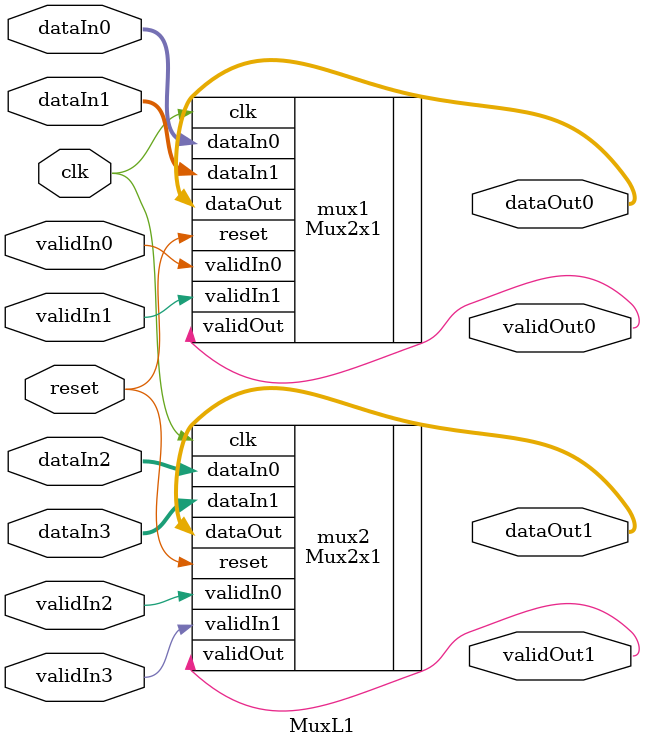
<source format=v>
`include "Mux2x1.v"
module MuxL1(
    output [7:0]dataOut0,
    output [7:0]dataOut1,
    output validOut0,
    output validOut1,
    input [7:0]dataIn0,
    input [7:0]dataIn1,
    input [7:0]dataIn2,
    input [7:0]dataIn3,
    input validIn0,
    input validIn1,
    input validIn2,
    input validIn3,
    //input selector,
    input clk,
    input reset);

    Mux2x1 mux1(
        //Outputs
        .dataOut  (dataOut0[7:0]),
        .validOut (validOut0),
        //Inputs
        .dataIn0  (dataIn0[7:0]),
        .dataIn1  (dataIn1[7:0]),
        .validIn0 (validIn0),
        .validIn1 (validIn1),
        //.selector (selector),
        .clk      (clk),
        .reset    (reset)
    );

    Mux2x1 mux2(
        //Outputs
        .dataOut  (dataOut1[7:0]),
        .validOut (validOut1),
        //Inputs
        .dataIn0  (dataIn2[7:0]),
        .dataIn1  (dataIn3[7:0]),
        .validIn0 (validIn2),
        .validIn1 (validIn3),
        //.selector (selector),
        .clk      (clk),
        .reset    (reset)
    );
endmodule

</source>
